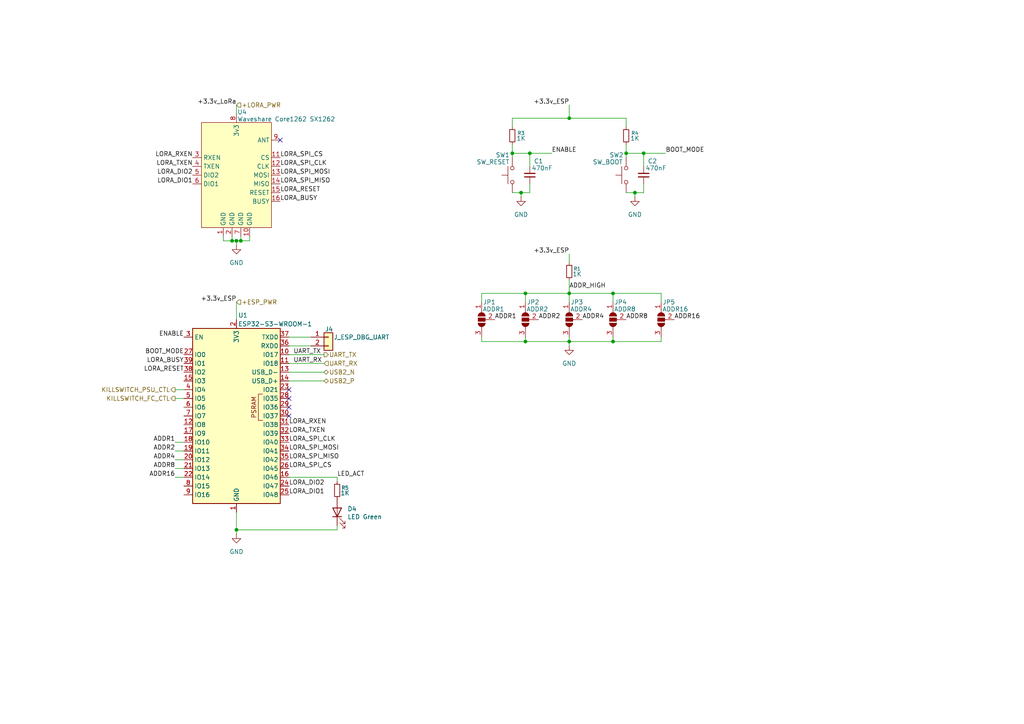
<source format=kicad_sch>
(kicad_sch (version 20250114) (generator "eeschema") (generator_version "9.0")
  (paper "A4")
  (lib_symbols
    (symbol "CM5IO:Core1262_SX1262"
      (property "Reference" "U" (at 0 0 0))
      (symbol "Core1262_SX1262_1_1"
        (rectangle (start -10.16 15.24) (end 10.16 -15.24) (fill (type background)))
        (pin input line (at -12.7 5.08 0) (length 2.54) (name "RXEN") (number "3"))
        (pin input line (at -12.7 2.54 0) (length 2.54) (name "TXEN") (number "4"))
        (pin bidirectional line (at -12.7 0 0) (length 2.54) (name "DIO2") (number "5"))
        (pin bidirectional line (at -12.7 -2.54 0) (length 2.54) (name "DIO1") (number "6"))
        (pin power_in line (at -3.81 -17.78 90) (length 2.54) (name "GND") (number "1"))
        (pin power_in line (at -1.27 -17.78 90) (length 2.54) (name "GND") (number "2"))
        (pin power_in line (at 0 17.78 270) (length 2.54) (name "3v3") (number "8"))
        (pin power_in line (at 1.27 -17.78 90) (length 2.54) (name "GND") (number "7"))
        (pin power_in line (at 3.81 -17.78 90) (length 2.54) (name "GND") (number "10"))
        (pin output line (at 12.7 10.16 180) (length 2.54) (name "ANT") (number "9"))
        (pin input line (at 12.7 5.08 180) (length 2.54) (name "CS") (number "11"))
        (pin input line (at 12.7 2.54 180) (length 2.54) (name "CLK") (number "12"))
        (pin input line (at 12.7 0 180) (length 2.54) (name "MOSI") (number "13"))
        (pin output line (at 12.7 -2.54 180) (length 2.54) (name "MISO") (number "14"))
        (pin input line (at 12.7 -5.08 180) (length 2.54) (name "RESET") (number "15"))
        (pin output line (at 12.7 -7.62 180) (length 2.54) (name "BUSY") (number "16"))
      )
    )
    (symbol "Connector_Generic:Conn_01x02" (pin_names (offset 1.016) (hide yes))
      (property "Reference" "J" (at 0 2.54 0))
      (property "Value" "Conn_01x02" (at 0 -5.08 0))
      (symbol "Conn_01x02_1_1"
        (rectangle (start -1.27 1.27) (end 1.27 -3.81) (stroke (width 0.254)) (fill (type background)))
        (rectangle (start -1.27 0.127) (end 0 -0.127) (stroke (width 0.1524)))
        (rectangle (start -1.27 -2.413) (end 0 -2.667) (stroke (width 0.1524)))
        (pin passive line (at -5.08 0 0) (length 3.81) (name "Pin_1") (number "1"))
        (pin passive line (at -5.08 -2.54 0) (length 3.81) (name "Pin_2") (number "2"))
      )
    )
    (symbol "Device:C_Small" (pin_numbers (hide yes)) (pin_names (offset 0.254) (hide yes))
      (property "Reference" "C" (at 0.254 1.778 0))
      (property "Value" "C_Small" (at 0.254 -2.032 0))
      (symbol "C_Small_0_1"
        (polyline (pts (xy -1.524 0.508) (xy 1.524 0.508)) (stroke (width 0.3048)))
        (polyline (pts (xy -1.524 -0.508) (xy 1.524 -0.508)) (stroke (width 0.3302)))
      )
      (symbol "C_Small_1_1"
        (pin passive line (at 0 2.54 270) (length 2.032) (name "~") (number "1"))
        (pin passive line (at 0 -2.54 90) (length 2.032) (name "~") (number "2"))
      )
    )
    (symbol "Device:LED" (pin_numbers (hide yes)) (pin_names (offset 1.016) (hide yes))
      (property "Reference" "D" (at 0 2.54 0))
      (property "Value" "LED" (at 0 -2.54 0))
      (symbol "LED_0_1"
        (polyline (pts (xy -3.048 -0.762) (xy -4.572 -2.286) (xy -3.81 -2.286) (xy -4.572 -2.286) (xy -4.572 -1.524)))
        (polyline (pts (xy -1.778 -0.762) (xy -3.302 -2.286) (xy -2.54 -2.286) (xy -3.302 -2.286) (xy -3.302 -1.524)))
        (polyline (pts (xy -1.27 0) (xy 1.27 0)))
        (polyline (pts (xy -1.27 -1.27) (xy -1.27 1.27)) (stroke (width 0.254)))
        (polyline (pts (xy 1.27 -1.27) (xy 1.27 1.27) (xy -1.27 0) (xy 1.27 -1.27)) (stroke (width 0.254)))
      )
      (symbol "LED_1_1"
        (pin passive line (at -3.81 0 0) (length 2.54) (name "K") (number "1"))
        (pin passive line (at 3.81 0 180) (length 2.54) (name "A") (number "2"))
      )
    )
    (symbol "Device:R_Small" (pin_numbers (hide yes)) (pin_names (offset 0.254) (hide yes))
      (property "Reference" "R" (at 0 0 90))
      (property "Value" "R_Small" (at 1.778 0 90))
      (symbol "R_Small_0_1"
        (rectangle (start -0.762 1.778) (end 0.762 -1.778) (stroke (width 0.2032)))
      )
      (symbol "R_Small_1_1"
        (pin passive line (at 0 2.54 270) (length 0.762) (name "~") (number "1"))
        (pin passive line (at 0 -2.54 90) (length 0.762) (name "~") (number "2"))
      )
    )
    (symbol "Jumper:SolderJumper_3_Open" (pin_names (offset 0) (hide yes)) (in_bom no)
      (property "Reference" "JP" (at -2.54 -2.54 0))
      (property "Value" "SolderJumper_3_Open" (at 0 2.794 0))
      (symbol "SolderJumper_3_Open_0_1"
        (polyline (pts (xy -2.54 0) (xy -2.032 0)))
        (polyline (pts (xy -1.016 1.016) (xy -1.016 -1.016)))
        (arc (start -1.016 -1.016) (mid -2.0276 0) (end -1.016 1.016))
        (arc (start -1.016 -1.016) (mid -2.0276 0) (end -1.016 1.016) (fill (type outline)))
        (rectangle (start -0.508 1.016) (end 0.508 -1.016) (fill (type outline)))
        (polyline (pts (xy 0 -1.27) (xy 0 -1.016)))
        (arc (start 1.016 1.016) (mid 2.0276 0) (end 1.016 -1.016))
        (arc (start 1.016 1.016) (mid 2.0276 0) (end 1.016 -1.016) (fill (type outline)))
        (polyline (pts (xy 1.016 1.016) (xy 1.016 -1.016)))
        (polyline (pts (xy 2.54 0) (xy 2.032 0)))
      )
      (symbol "SolderJumper_3_Open_1_1"
        (pin passive line (at -5.08 0 0) (length 2.54) (name "A") (number "1"))
        (pin passive line (at 0 -3.81 90) (length 2.54) (name "C") (number "2"))
        (pin passive line (at 5.08 0 180) (length 2.54) (name "B") (number "3"))
      )
    )
    (symbol "RF_Module:ESP32-S3-WROOM-1"
      (property "Reference" "U" (at -12.7 26.67 0))
      (property "Value" "ESP32-S3-WROOM-1" (at 12.7 26.67 0))
      (symbol "ESP32-S3-WROOM-1_0_0"
        (rectangle (start -12.7 25.4) (end 12.7 -25.4) (stroke (width 0.254)) (fill (type background)))
        (text "PSRAM" (at 5.08 2.54 900) (effects (font (size 1.27 1.27))))
      )
      (symbol "ESP32-S3-WROOM-1_0_1"
        (polyline (pts (xy 7.62 -1.27) (xy 6.35 -1.27) (xy 6.35 6.35) (xy 7.62 6.35)))
      )
      (symbol "ESP32-S3-WROOM-1_1_1"
        (pin input line (at -15.24 22.86 0) (length 2.54) (name "EN") (number "3"))
        (pin bidirectional line (at -15.24 17.78 0) (length 2.54) (name "IO0") (number "27"))
        (pin bidirectional line (at -15.24 15.24 0) (length 2.54) (name "IO1") (number "39"))
        (pin bidirectional line (at -15.24 12.7 0) (length 2.54) (name "IO2") (number "38"))
        (pin bidirectional line (at -15.24 10.16 0) (length 2.54) (name "IO3") (number "15"))
        (pin bidirectional line (at -15.24 7.62 0) (length 2.54) (name "IO4") (number "4"))
        (pin bidirectional line (at -15.24 5.08 0) (length 2.54) (name "IO5") (number "5"))
        (pin bidirectional line (at -15.24 2.54 0) (length 2.54) (name "IO6") (number "6"))
        (pin bidirectional line (at -15.24 0 0) (length 2.54) (name "IO7") (number "7"))
        (pin bidirectional line (at -15.24 -2.54 0) (length 2.54) (name "IO8") (number "12"))
        (pin bidirectional line (at -15.24 -5.08 0) (length 2.54) (name "IO9") (number "17"))
        (pin bidirectional line (at -15.24 -7.62 0) (length 2.54) (name "IO10") (number "18"))
        (pin bidirectional line (at -15.24 -10.16 0) (length 2.54) (name "IO11") (number "19"))
        (pin bidirectional line (at -15.24 -12.7 0) (length 2.54) (name "IO12") (number "20"))
        (pin bidirectional line (at -15.24 -15.24 0) (length 2.54) (name "IO13") (number "21"))
        (pin bidirectional line (at -15.24 -17.78 0) (length 2.54) (name "IO14") (number "22"))
        (pin bidirectional line (at -15.24 -20.32 0) (length 2.54) (name "IO15") (number "8"))
        (pin bidirectional line (at -15.24 -22.86 0) (length 2.54) (name "IO16") (number "9"))
        (pin power_in line (at 0 27.94 270) (length 2.54) (name "3V3") (number "2"))
        (pin power_in line (at 0 -27.94 90) (length 2.54) (name "GND") (number "1"))
        (pin passive line (at 0 -27.94 90) (length 2.54) (hide yes) (name "GND") (number "40"))
        (pin passive line (at 0 -27.94 90) (length 2.54) (hide yes) (name "GND") (number "41"))
        (pin bidirectional line (at 15.24 22.86 180) (length 2.54) (name "TXD0") (number "37"))
        (pin bidirectional line (at 15.24 20.32 180) (length 2.54) (name "RXD0") (number "36"))
        (pin bidirectional line (at 15.24 17.78 180) (length 2.54) (name "IO17") (number "10"))
        (pin bidirectional line (at 15.24 15.24 180) (length 2.54) (name "IO18") (number "11"))
        (pin bidirectional line (at 15.24 12.7 180) (length 2.54) (name "USB_D-") (number "13"))
        (pin bidirectional line (at 15.24 10.16 180) (length 2.54) (name "USB_D+") (number "14"))
        (pin bidirectional line (at 15.24 7.62 180) (length 2.54) (name "IO21") (number "23"))
        (pin bidirectional line (at 15.24 5.08 180) (length 2.54) (name "IO35") (number "28"))
        (pin bidirectional line (at 15.24 2.54 180) (length 2.54) (name "IO36") (number "29"))
        (pin bidirectional line (at 15.24 0 180) (length 2.54) (name "IO37") (number "30"))
        (pin bidirectional line (at 15.24 -2.54 180) (length 2.54) (name "IO38") (number "31"))
        (pin bidirectional line (at 15.24 -5.08 180) (length 2.54) (name "IO39") (number "32"))
        (pin bidirectional line (at 15.24 -7.62 180) (length 2.54) (name "IO40") (number "33"))
        (pin bidirectional line (at 15.24 -10.16 180) (length 2.54) (name "IO41") (number "34"))
        (pin bidirectional line (at 15.24 -12.7 180) (length 2.54) (name "IO42") (number "35"))
        (pin bidirectional line (at 15.24 -15.24 180) (length 2.54) (name "IO45") (number "26"))
        (pin bidirectional line (at 15.24 -17.78 180) (length 2.54) (name "IO46") (number "16"))
        (pin bidirectional line (at 15.24 -20.32 180) (length 2.54) (name "IO47") (number "24"))
        (pin bidirectional line (at 15.24 -22.86 180) (length 2.54) (name "IO48") (number "25"))
      )
    )
    (symbol "Switch:SW_Push" (pin_numbers (hide yes)) (pin_names (offset 1.016) (hide yes))
      (property "Reference" "SW" (at 1.27 2.54 0))
      (property "Value" "SW_Push" (at 0 -1.524 0))
      (symbol "SW_Push_0_1"
        (circle (center -2.032 0) (radius 0.508))
        (polyline (pts (xy 0 1.27) (xy 0 3.048)))
        (circle (center 2.032 0) (radius 0.508))
        (polyline (pts (xy 2.54 1.27) (xy -2.54 1.27)))
        (pin passive line (at -5.08 0 0) (length 2.54) (name "1") (number "1"))
        (pin passive line (at 5.08 0 180) (length 2.54) (name "2") (number "2"))
      )
    )
    (symbol "power:GND" (power) (pin_numbers (hide yes)) (pin_names (offset 0) (hide yes))
      (property "Value" "GND" (at 0 -3.81 0))
      (symbol "GND_0_1"
        (polyline (pts (xy 0 0) (xy 0 -1.27) (xy 1.27 -1.27) (xy 0 -2.54) (xy -1.27 -1.27) (xy 0 -1.27)))
      )
      (symbol "GND_1_1"
        (pin power_in line (at 0 0 270) (length 0) (name "~") (number "1"))
      )
    )
  )
  (junction (at 165.1 34.29))
  (junction (at 151.13 55.88))
  (junction (at 184.15 55.88))
  (junction (at 67.31 69.85))
  (junction (at 68.58 153.67))
  (junction (at 177.8 85.09))
  (junction (at 186.69 44.45))
  (junction (at 177.8 99.06))
  (junction (at 152.4 85.09))
  (junction (at 69.85 69.85))
  (junction (at 68.58 69.85))
  (junction (at 165.1 85.09))
  (junction (at 153.67 44.45))
  (junction (at 152.4 99.06))
  (junction (at 165.1 99.06))
  (junction (at 181.61 44.45))
  (junction (at 148.59 44.45))
  (no_connect (at 83.82 115.57))
  (no_connect (at 83.82 118.11))
  (no_connect (at 81.28 40.64))
  (no_connect (at 83.82 120.65))
  (no_connect (at 83.82 113.03))
  (wire (pts (xy 97.79 153.67) (xy 97.79 152.4)))
  (wire (pts (xy 83.82 102.87) (xy 93.98 102.87)))
  (wire (pts (xy 148.59 34.29) (xy 148.59 36.83)))
  (wire (pts (xy 68.58 153.67) (xy 68.58 154.94)))
  (wire (pts (xy 165.1 99.06) (xy 165.1 97.79)))
  (wire (pts (xy 181.61 44.45) (xy 181.61 45.72)))
  (wire (pts (xy 165.1 99.06) (xy 177.8 99.06)))
  (wire (pts (xy 139.7 99.06) (xy 152.4 99.06)))
  (wire (pts (xy 148.59 41.91) (xy 148.59 44.45)))
  (wire (pts (xy 50.8 138.43) (xy 53.34 138.43)))
  (wire (pts (xy 69.85 69.85) (xy 68.58 69.85)))
  (wire (pts (xy 139.7 85.09) (xy 152.4 85.09)))
  (wire (pts (xy 139.7 87.63) (xy 139.7 85.09)))
  (wire (pts (xy 152.4 85.09) (xy 152.4 87.63)))
  (wire (pts (xy 184.15 57.15) (xy 184.15 55.88)))
  (wire (pts (xy 68.58 148.59) (xy 68.58 153.67)))
  (wire (pts (xy 68.58 33.02) (xy 68.58 30.48)))
  (wire (pts (xy 83.82 138.43) (xy 97.79 138.43)))
  (wire (pts (xy 177.8 99.06) (xy 191.77 99.06)))
  (wire (pts (xy 177.8 85.09) (xy 191.77 85.09)))
  (wire (pts (xy 83.82 97.79) (xy 90.17 97.79)))
  (wire (pts (xy 72.39 69.85) (xy 69.85 69.85)))
  (wire (pts (xy 139.7 97.79) (xy 139.7 99.06)))
  (wire (pts (xy 152.4 85.09) (xy 165.1 85.09)))
  (wire (pts (xy 165.1 85.09) (xy 165.1 87.63)))
  (wire (pts (xy 153.67 44.45) (xy 153.67 48.26)))
  (wire (pts (xy 50.8 133.35) (xy 53.34 133.35)))
  (wire (pts (xy 50.8 130.81) (xy 53.34 130.81)))
  (wire (pts (xy 83.82 107.95) (xy 93.98 107.95)))
  (wire (pts (xy 186.69 44.45) (xy 186.69 48.26)))
  (wire (pts (xy 67.31 68.58) (xy 67.31 69.85)))
  (wire (pts (xy 191.77 97.79) (xy 191.77 99.06)))
  (wire (pts (xy 148.59 44.45) (xy 153.67 44.45)))
  (wire (pts (xy 181.61 36.83) (xy 181.61 34.29)))
  (wire (pts (xy 153.67 53.34) (xy 153.67 55.88)))
  (wire (pts (xy 165.1 99.06) (xy 165.1 100.33)))
  (wire (pts (xy 64.77 68.58) (xy 64.77 69.85)))
  (wire (pts (xy 64.77 69.85) (xy 67.31 69.85)))
  (wire (pts (xy 181.61 34.29) (xy 165.1 34.29)))
  (wire (pts (xy 165.1 81.28) (xy 165.1 85.09)))
  (wire (pts (xy 83.82 110.49) (xy 93.98 110.49)))
  (wire (pts (xy 148.59 34.29) (xy 165.1 34.29)))
  (wire (pts (xy 50.8 128.27) (xy 53.34 128.27)))
  (wire (pts (xy 151.13 55.88) (xy 148.59 55.88)))
  (wire (pts (xy 152.4 99.06) (xy 165.1 99.06)))
  (wire (pts (xy 50.8 113.03) (xy 53.34 113.03)))
  (wire (pts (xy 97.79 138.43) (xy 97.79 139.7)))
  (wire (pts (xy 50.8 115.57) (xy 53.34 115.57)))
  (wire (pts (xy 151.13 57.15) (xy 151.13 55.88)))
  (wire (pts (xy 68.58 153.67) (xy 97.79 153.67)))
  (wire (pts (xy 186.69 53.34) (xy 186.69 55.88)))
  (wire (pts (xy 191.77 85.09) (xy 191.77 87.63)))
  (wire (pts (xy 165.1 30.48) (xy 165.1 34.29)))
  (wire (pts (xy 67.31 69.85) (xy 68.58 69.85)))
  (wire (pts (xy 152.4 97.79) (xy 152.4 99.06)))
  (wire (pts (xy 68.58 87.63) (xy 68.58 92.71)))
  (wire (pts (xy 181.61 41.91) (xy 181.61 44.45)))
  (wire (pts (xy 148.59 44.45) (xy 148.59 45.72)))
  (wire (pts (xy 184.15 55.88) (xy 181.61 55.88)))
  (wire (pts (xy 165.1 73.66) (xy 165.1 76.2)))
  (wire (pts (xy 151.13 55.88) (xy 153.67 55.88)))
  (wire (pts (xy 177.8 85.09) (xy 177.8 87.63)))
  (wire (pts (xy 181.61 44.45) (xy 186.69 44.45)))
  (wire (pts (xy 184.15 55.88) (xy 186.69 55.88)))
  (wire (pts (xy 153.67 44.45) (xy 160.02 44.45)))
  (wire (pts (xy 69.85 68.58) (xy 69.85 69.85)))
  (wire (pts (xy 165.1 85.09) (xy 177.8 85.09)))
  (wire (pts (xy 50.8 135.89) (xy 53.34 135.89)))
  (wire (pts (xy 68.58 69.85) (xy 68.58 71.12)))
  (wire (pts (xy 83.82 100.33) (xy 90.17 100.33)))
  (wire (pts (xy 83.82 105.41) (xy 93.98 105.41)))
  (wire (pts (xy 177.8 97.79) (xy 177.8 99.06)))
  (wire (pts (xy 72.39 68.58) (xy 72.39 69.85)))
  (wire (pts (xy 186.69 44.45) (xy 193.04 44.45)))
  (label "ADDR2" (at 156.21 92.71 0))
  (label "LORA_BUSY" (at 53.34 105.41 180))
  (label "ENABLE" (at 53.34 97.79 180))
  (label "LORA_TXEN" (at 83.82 125.73 0))
  (label "ADDR4" (at 50.8 133.35 180))
  (label "ADDR1" (at 143.51 92.71 0))
  (label "LORA_RESET" (at 81.28 55.88 0))
  (label "ENABLE" (at 160.02 44.45 0))
  (label "LORA_SPI_CLK" (at 81.28 48.26 0))
  (label "LORA_BUSY" (at 81.28 58.42 0))
  (label "ADDR_HIGH" (at 165.1 83.82 0))
  (label "LORA_SPI_CLK" (at 83.82 128.27 0))
  (label "+3.3v_ESP" (at 165.1 30.48 180))
  (label "BOOT_MODE" (at 53.34 102.87 180))
  (label "LORA_SPI_MOSI" (at 81.28 50.8 0))
  (label "LORA_RXEN" (at 55.88 45.72 180))
  (label "LORA_DIO2" (at 83.82 140.97 0))
  (label "+3.3v_ESP" (at 68.58 87.63 180))
  (label "ADDR4" (at 168.91 92.71 0))
  (label "LED_ACT" (at 97.79 138.43 0))
  (label "LORA_SPI_MOSI" (at 83.82 130.81 0))
  (label "ADDR16" (at 195.58 92.71 0))
  (label "ADDR16" (at 50.8 138.43 180))
  (label "LORA_RXEN" (at 83.82 123.19 0))
  (label "LORA_SPI_CS" (at 81.28 45.72 0))
  (label "LORA_TXEN" (at 55.88 48.26 180))
  (label "ADDR2" (at 50.8 130.81 180))
  (label "ADDR8" (at 181.61 92.71 0))
  (label "UART_TX" (at 85.09 102.87 0))
  (label "+3.3v_ESP" (at 165.1 73.66 180))
  (label "ADDR8" (at 50.8 135.89 180))
  (label "BOOT_MODE" (at 193.04 44.45 0))
  (label "UART_RX" (at 85.09 105.41 0))
  (label "LORA_SPI_MISO" (at 83.82 133.35 0))
  (label "LORA_DIO1" (at 55.88 53.34 180))
  (label "LORA_RESET" (at 53.34 107.95 180))
  (label "+3.3v_LoRa" (at 68.58 30.48 180))
  (label "ADDR1" (at 50.8 128.27 180))
  (label "LORA_SPI_MISO" (at 81.28 53.34 0))
  (label "LORA_DIO2" (at 55.88 50.8 180))
  (label "LORA_DIO1" (at 83.82 143.51 0))
  (label "LORA_SPI_CS" (at 83.82 135.89 0))
  (hierarchical_label "KILLSWITCH_PSU_CTL" (shape output) (at 50.8 113.03 180))
  (hierarchical_label "USB2_P" (shape bidirectional) (at 93.98 110.49 0))
  (hierarchical_label "KILLSWITCH_FC_CTL" (shape output) (at 50.8 115.57 180))
  (hierarchical_label "UART_TX" (shape output) (at 93.98 102.87 0))
  (hierarchical_label "+LORA_PWR" (shape input) (at 68.58 30.48 0))
  (hierarchical_label "+ESP_PWR" (shape input) (at 68.58 87.63 0))
  (hierarchical_label "UART_RX" (shape input) (at 93.98 105.41 0))
  (hierarchical_label "USB2_N" (shape bidirectional) (at 93.98 107.95 0))
  (symbol (lib_id "Jumper:SolderJumper_3_Open") (at 152.4 92.71 90) (mirror x) (unit 1) (in_bom no)
    (property "Reference" "JP2" (at 156.464 87.63 90) (effects (justify left)))
    (property "Value" "ADDR2" (at 159.004 89.662 90) (effects (justify left)))
    (property "Footprint" "Jumper:SolderJumper-3_P2.0mm_Open_TrianglePad1.0x1.5mm" (effects (hide yes)))
    (property "Description" "Solder Jumper, 3-pole, open" (effects (hide yes)))
  )
  (symbol (lib_id "Jumper:SolderJumper_3_Open") (at 139.7 92.71 90) (mirror x) (unit 1) (in_bom no)
    (property "Reference" "JP1" (at 143.764 87.63 90) (effects (justify left)))
    (property "Value" "ADDR1" (at 146.304 89.662 90) (effects (justify left)))
    (property "Footprint" "Jumper:SolderJumper-3_P2.0mm_Open_TrianglePad1.0x1.5mm" (effects (hide yes)))
    (property "Description" "Solder Jumper, 3-pole, open" (effects (hide yes)))
  )
  (symbol (lib_id "Device:R_Small") (at 181.61 39.37 0) (unit 1)
    (property "Reference" "R4" (at 184.15 38.608 0) (effects (font (size 1.016 1.016))))
    (property "Value" "1K" (at 184.15 40.132 0))
    (property "Footprint" "Resistor_SMD:R_0805_2012Metric_Pad1.20x1.40mm_HandSolder" (effects (hide yes)))
    (property "Description" "Resistor, small symbol" (effects (hide yes)))
  )
  (symbol (lib_id "Device:C_Small") (at 186.69 50.8 180) (unit 1)
    (property "Reference" "C2" (at 189.23 46.736 0))
    (property "Value" "470nF" (at 190.246 48.768 0))
    (property "Footprint" "Capacitor_SMD:C_0805_2012Metric_Pad1.18x1.45mm_HandSolder" (effects (hide yes)))
    (property "Description" "Unpolarized capacitor, small symbol" (effects (hide yes)))
  )
  (symbol (lib_id "power:GND") (at 151.13 57.15 0) (unit 1)
    (property "Reference" "#PWR020" (effects (hide yes)))
    (property "Value" "GND" (at 151.13 62.23 0))
    (property "Description" "Power symbol creates a global label with name \"GND\" , ground" (effects (hide yes)))
  )
  (symbol (lib_id "Device:R_Small") (at 148.59 39.37 0) (unit 1)
    (property "Reference" "R3" (at 151.13 38.608 0) (effects (font (size 1.016 1.016))))
    (property "Value" "1K" (at 151.13 40.132 0))
    (property "Footprint" "Resistor_SMD:R_0805_2012Metric_Pad1.20x1.40mm_HandSolder" (effects (hide yes)))
    (property "Description" "Resistor, small symbol" (effects (hide yes)))
  )
  (symbol (lib_id "Jumper:SolderJumper_3_Open") (at 191.77 92.71 90) (mirror x) (unit 1) (in_bom no)
    (property "Reference" "JP5" (at 195.834 87.63 90) (effects (justify left)))
    (property "Value" "ADDR16" (at 199.644 89.662 90) (effects (justify left)))
    (property "Footprint" "Jumper:SolderJumper-3_P2.0mm_Open_TrianglePad1.0x1.5mm" (effects (hide yes)))
    (property "Description" "Solder Jumper, 3-pole, open" (effects (hide yes)))
  )
  (symbol (lib_id "Device:R_Small") (at 97.79 142.24 0) (unit 1)
    (property "Reference" "R5" (at 100.076 141.478 0) (effects (font (size 1.016 1.016))))
    (property "Value" "1K" (at 100.076 143.002 0))
    (property "Footprint" "Resistor_SMD:R_0805_2012Metric_Pad1.20x1.40mm_HandSolder" (effects (hide yes)))
    (property "Description" "Resistor, small symbol" (effects (hide yes)))
  )
  (symbol (lib_id "Device:C_Small") (at 153.67 50.8 180) (unit 1)
    (property "Reference" "C1" (at 156.21 46.736 0))
    (property "Value" "470nF" (at 157.226 48.768 0))
    (property "Footprint" "Capacitor_SMD:C_0805_2012Metric_Pad1.18x1.45mm_HandSolder" (effects (hide yes)))
    (property "Description" "Unpolarized capacitor, small symbol" (effects (hide yes)))
  )
  (symbol (lib_id "power:GND") (at 184.15 57.15 0) (unit 1)
    (property "Reference" "#PWR021" (effects (hide yes)))
    (property "Value" "GND" (at 184.15 62.23 0))
    (property "Description" "Power symbol creates a global label with name \"GND\" , ground" (effects (hide yes)))
  )
  (symbol (lib_id "Jumper:SolderJumper_3_Open") (at 177.8 92.71 90) (mirror x) (unit 1) (in_bom no)
    (property "Reference" "JP4" (at 181.864 87.63 90) (effects (justify left)))
    (property "Value" "ADDR8" (at 184.404 89.662 90) (effects (justify left)))
    (property "Footprint" "Jumper:SolderJumper-3_P2.0mm_Open_TrianglePad1.0x1.5mm" (effects (hide yes)))
    (property "Description" "Solder Jumper, 3-pole, open" (effects (hide yes)))
  )
  (symbol (lib_id "power:GND") (at 165.1 100.33 0) (unit 1)
    (property "Reference" "#PWR08" (effects (hide yes)))
    (property "Value" "GND" (at 165.1 105.41 0))
    (property "Description" "Power symbol creates a global label with name \"GND\" , ground" (effects (hide yes)))
  )
  (symbol (lib_id "Connector_Generic:Conn_01x02") (at 95.25 97.79 0) (unit 1)
    (property "Reference" "J4" (at 94.234 95.504 0) (effects (justify left)))
    (property "Value" "J_ESP_DBG_UART" (at 96.774 97.79 0) (effects (justify left)))
    (property "Footprint" "Connector_Molex:Molex_PicoBlade_53047-0210_1x02_P1.25mm_Vertical" (effects (hide yes)))
    (property "Description" "Generic connector, single row, 01x02, script generated (kicad-library-utils/schlib/autogen/connector/)" (effects (hide yes)))
    (property "Field4" "Farnell" (effects (hide yes)))
    (property "Field5" "9733051 " (effects (hide yes)))
    (property "Field6" "53047-0210" (effects (hide yes)))
    (property "Field7" "Molex" (effects (hide yes)))
    (property "Part Description" "Pin Header, Vertical, Signal, Wire-to-Board, 1.25 mm, 1 Rows, 2 Contacts, Through Hole Straight" (effects (hide yes)))
  )
  (symbol (lib_id "Device:LED") (at 97.79 148.59 90) (unit 1)
    (property "Reference" "D4" (at 100.7618 147.5994 90) (effects (justify right)))
    (property "Value" "LED Green" (at 100.7618 149.9108 90) (effects (justify right)))
    (property "Footprint" "LED_SMD:LED_0603_1608Metric" (effects (hide yes)))
    (property "Datasheet" "http://optoelectronics.liteon.com/upload/download/DS22-2000-226/LTST-S270KGKT.pdf" (effects (hide yes)))
    (property "Field4" "Digikey " (effects (hide yes)))
    (property "Field5" "LTST-S270KGKT" (effects (hide yes)))
    (property "Field6" "SML-A12M8TT86N" (effects (hide yes)))
    (property "Field7" "Rohm" (effects (hide yes)))
    (property "Field8" "650263301" (effects (hide yes)))
    (property "Part Description" "	Green 572nm LED Indication - Discrete 2.2V 2-SMD, No Lead" (effects (hide yes)))
  )
  (symbol (lib_id "power:GND") (at 68.58 71.12 0) (unit 1)
    (property "Reference" "#PWR01" (effects (hide yes)))
    (property "Value" "GND" (at 68.58 76.2 0))
    (property "Description" "Power symbol creates a global label with name \"GND\" , ground" (effects (hide yes)))
  )
  (symbol (lib_id "power:GND") (at 68.58 154.94 0) (unit 1)
    (property "Reference" "#PWR017" (effects (hide yes)))
    (property "Value" "GND" (at 68.58 160.02 0))
    (property "Description" "Power symbol creates a global label with name \"GND\" , ground" (effects (hide yes)))
  )
  (symbol (lib_id "RF_Module:ESP32-S3-WROOM-1") (at 68.58 120.65 0) (unit 1)
    (property "Reference" "U1" (at 69.088 91.44 0) (effects (justify left)))
    (property "Value" "ESP32-S3-WROOM-1" (at 69.088 93.98 0) (effects (justify left)))
    (property "Footprint" "RF_Module:ESP32-S3-WROOM-1" (effects (hide yes)))
    (property "Datasheet" "https://www.espressif.com/sites/default/files/documentation/esp32-s3-wroom-1_wroom-1u_datasheet_en.pdf" (effects (hide yes)))
    (property "Description" "RF Module, ESP32-S3 SoC, Wi-Fi 802.11b/g/n, Bluetooth, BLE, 32-bit, 3.3V, onboard antenna, SMD" (effects (hide yes)))
  )
  (symbol (lib_id "Switch:SW_Push") (at 148.59 50.8 90) (unit 1)
    (property "Reference" "SW1" (at 145.796 44.958 90))
    (property "Value" "SW_RESET" (at 143.002 46.99 90))
    (property "Footprint" "Button_Switch_SMD:SW_Push_1P1T_NO_CK_KMR2" (effects (hide yes)))
    (property "Description" "Push button switch, generic, two pins" (effects (hide yes)))
    (property "Field4" "Farnell" (effects (hide yes)))
    (property "Field5" "1201424" (effects (hide yes)))
    (property "Field6" "KMR221G LFS" (effects (hide yes)))
    (property "Field7" "C&K COMPONENTS" (effects (hide yes)))
    (property "Part Description" "Tactile Switch, KMR 2 Series, Top Actuated, Surface Mount, Oval Button, 200 gf, 50mA at 32VDC " (effects (hide yes)))
  )
  (symbol (lib_id "Jumper:SolderJumper_3_Open") (at 165.1 92.71 90) (mirror x) (unit 1) (in_bom no)
    (property "Reference" "JP3" (at 169.164 87.63 90) (effects (justify left)))
    (property "Value" "ADDR4" (at 171.704 89.662 90) (effects (justify left)))
    (property "Footprint" "Jumper:SolderJumper-3_P2.0mm_Open_TrianglePad1.0x1.5mm" (effects (hide yes)))
    (property "Description" "Solder Jumper, 3-pole, open" (effects (hide yes)))
  )
  (symbol (lib_id "Switch:SW_Push") (at 181.61 50.8 90) (unit 1)
    (property "Reference" "SW2" (at 178.816 44.958 90))
    (property "Value" "SW_BOOT" (at 176.276 46.99 90))
    (property "Footprint" "Button_Switch_SMD:SW_Push_1P1T_NO_CK_KMR2" (effects (hide yes)))
    (property "Description" "Push button switch, generic, two pins" (effects (hide yes)))
    (property "Field4" "Farnell" (effects (hide yes)))
    (property "Field5" "1201424" (effects (hide yes)))
    (property "Field6" "KMR221G LFS" (effects (hide yes)))
    (property "Field7" "C&K COMPONENTS" (effects (hide yes)))
    (property "Part Description" "Tactile Switch, KMR 2 Series, Top Actuated, Surface Mount, Oval Button, 200 gf, 50mA at 32VDC " (effects (hide yes)))
  )
  (symbol (lib_id "Device:R_Small") (at 165.1 78.74 0) (unit 1)
    (property "Reference" "R1" (at 167.386 77.978 0) (effects (font (size 1.016 1.016))))
    (property "Value" "1K" (at 167.386 79.502 0))
    (property "Footprint" "Resistor_SMD:R_0805_2012Metric_Pad1.20x1.40mm_HandSolder" (effects (hide yes)))
    (property "Description" "Resistor, small symbol" (effects (hide yes)))
  )
  (symbol (lib_id "CM5IO:Core1262_SX1262") (at 68.58 50.8 0) (unit 1)
    (property "Reference" "U4" (at 68.834 32.512 0) (effects (justify left)))
    (property "Value" "Waveshare Core1262 SX1262" (at 68.834 34.544 0) (effects (justify left)))
    (property "Footprint" "CM5IO_top:Core1262_SX1262" (effects (hide yes)))
  )
)
</source>
